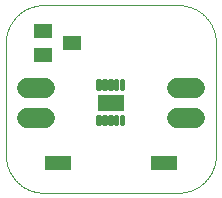
<source format=gts>
G75*
%MOIN*%
%OFA0B0*%
%FSLAX25Y25*%
%IPPOS*%
%LPD*%
%AMOC8*
5,1,8,0,0,1.08239X$1,22.5*
%
%ADD10C,0.00394*%
%ADD11C,0.01427*%
%ADD12R,0.08674X0.05524*%
%ADD13C,0.06800*%
%ADD14R,0.08700X0.05100*%
%ADD15R,0.06312X0.04737*%
D10*
X0015050Y0018078D02*
X0060050Y0018078D01*
X0060352Y0018082D01*
X0060654Y0018093D01*
X0060955Y0018111D01*
X0061256Y0018136D01*
X0061557Y0018169D01*
X0061856Y0018209D01*
X0062154Y0018256D01*
X0062452Y0018311D01*
X0062747Y0018372D01*
X0063041Y0018441D01*
X0063334Y0018517D01*
X0063624Y0018600D01*
X0063913Y0018690D01*
X0064199Y0018787D01*
X0064483Y0018890D01*
X0064764Y0019001D01*
X0065042Y0019118D01*
X0065318Y0019242D01*
X0065590Y0019373D01*
X0065859Y0019510D01*
X0066125Y0019653D01*
X0066387Y0019803D01*
X0066646Y0019960D01*
X0066900Y0020122D01*
X0067151Y0020291D01*
X0067397Y0020465D01*
X0067640Y0020646D01*
X0067877Y0020832D01*
X0068111Y0021024D01*
X0068339Y0021222D01*
X0068563Y0021425D01*
X0068781Y0021633D01*
X0068995Y0021847D01*
X0069203Y0022065D01*
X0069406Y0022289D01*
X0069604Y0022517D01*
X0069796Y0022751D01*
X0069982Y0022988D01*
X0070163Y0023231D01*
X0070337Y0023477D01*
X0070506Y0023728D01*
X0070668Y0023982D01*
X0070825Y0024241D01*
X0070975Y0024503D01*
X0071118Y0024769D01*
X0071255Y0025038D01*
X0071386Y0025310D01*
X0071510Y0025586D01*
X0071627Y0025864D01*
X0071738Y0026145D01*
X0071841Y0026429D01*
X0071938Y0026715D01*
X0072028Y0027004D01*
X0072111Y0027294D01*
X0072187Y0027587D01*
X0072256Y0027881D01*
X0072317Y0028176D01*
X0072372Y0028474D01*
X0072419Y0028772D01*
X0072459Y0029071D01*
X0072492Y0029372D01*
X0072517Y0029673D01*
X0072535Y0029974D01*
X0072546Y0030276D01*
X0072550Y0030578D01*
X0072550Y0068078D01*
X0072546Y0068380D01*
X0072535Y0068682D01*
X0072517Y0068983D01*
X0072492Y0069284D01*
X0072459Y0069585D01*
X0072419Y0069884D01*
X0072372Y0070182D01*
X0072317Y0070480D01*
X0072256Y0070775D01*
X0072187Y0071069D01*
X0072111Y0071362D01*
X0072028Y0071652D01*
X0071938Y0071941D01*
X0071841Y0072227D01*
X0071738Y0072511D01*
X0071627Y0072792D01*
X0071510Y0073070D01*
X0071386Y0073346D01*
X0071255Y0073618D01*
X0071118Y0073887D01*
X0070975Y0074153D01*
X0070825Y0074415D01*
X0070668Y0074674D01*
X0070506Y0074928D01*
X0070337Y0075179D01*
X0070163Y0075425D01*
X0069982Y0075668D01*
X0069796Y0075905D01*
X0069604Y0076139D01*
X0069406Y0076367D01*
X0069203Y0076591D01*
X0068995Y0076809D01*
X0068781Y0077023D01*
X0068563Y0077231D01*
X0068339Y0077434D01*
X0068111Y0077632D01*
X0067877Y0077824D01*
X0067640Y0078010D01*
X0067397Y0078191D01*
X0067151Y0078365D01*
X0066900Y0078534D01*
X0066646Y0078696D01*
X0066387Y0078853D01*
X0066125Y0079003D01*
X0065859Y0079146D01*
X0065590Y0079283D01*
X0065318Y0079414D01*
X0065042Y0079538D01*
X0064764Y0079655D01*
X0064483Y0079766D01*
X0064199Y0079869D01*
X0063913Y0079966D01*
X0063624Y0080056D01*
X0063334Y0080139D01*
X0063041Y0080215D01*
X0062747Y0080284D01*
X0062452Y0080345D01*
X0062154Y0080400D01*
X0061856Y0080447D01*
X0061557Y0080487D01*
X0061256Y0080520D01*
X0060955Y0080545D01*
X0060654Y0080563D01*
X0060352Y0080574D01*
X0060050Y0080578D01*
X0015050Y0080578D01*
X0014748Y0080574D01*
X0014446Y0080563D01*
X0014145Y0080545D01*
X0013844Y0080520D01*
X0013543Y0080487D01*
X0013244Y0080447D01*
X0012946Y0080400D01*
X0012648Y0080345D01*
X0012353Y0080284D01*
X0012059Y0080215D01*
X0011766Y0080139D01*
X0011476Y0080056D01*
X0011187Y0079966D01*
X0010901Y0079869D01*
X0010617Y0079766D01*
X0010336Y0079655D01*
X0010058Y0079538D01*
X0009782Y0079414D01*
X0009510Y0079283D01*
X0009241Y0079146D01*
X0008975Y0079003D01*
X0008713Y0078853D01*
X0008454Y0078696D01*
X0008200Y0078534D01*
X0007949Y0078365D01*
X0007703Y0078191D01*
X0007460Y0078010D01*
X0007223Y0077824D01*
X0006989Y0077632D01*
X0006761Y0077434D01*
X0006537Y0077231D01*
X0006319Y0077023D01*
X0006105Y0076809D01*
X0005897Y0076591D01*
X0005694Y0076367D01*
X0005496Y0076139D01*
X0005304Y0075905D01*
X0005118Y0075668D01*
X0004937Y0075425D01*
X0004763Y0075179D01*
X0004594Y0074928D01*
X0004432Y0074674D01*
X0004275Y0074415D01*
X0004125Y0074153D01*
X0003982Y0073887D01*
X0003845Y0073618D01*
X0003714Y0073346D01*
X0003590Y0073070D01*
X0003473Y0072792D01*
X0003362Y0072511D01*
X0003259Y0072227D01*
X0003162Y0071941D01*
X0003072Y0071652D01*
X0002989Y0071362D01*
X0002913Y0071069D01*
X0002844Y0070775D01*
X0002783Y0070480D01*
X0002728Y0070182D01*
X0002681Y0069884D01*
X0002641Y0069585D01*
X0002608Y0069284D01*
X0002583Y0068983D01*
X0002565Y0068682D01*
X0002554Y0068380D01*
X0002550Y0068078D01*
X0002550Y0030578D01*
X0002554Y0030276D01*
X0002565Y0029974D01*
X0002583Y0029673D01*
X0002608Y0029372D01*
X0002641Y0029071D01*
X0002681Y0028772D01*
X0002728Y0028474D01*
X0002783Y0028176D01*
X0002844Y0027881D01*
X0002913Y0027587D01*
X0002989Y0027294D01*
X0003072Y0027004D01*
X0003162Y0026715D01*
X0003259Y0026429D01*
X0003362Y0026145D01*
X0003473Y0025864D01*
X0003590Y0025586D01*
X0003714Y0025310D01*
X0003845Y0025038D01*
X0003982Y0024769D01*
X0004125Y0024503D01*
X0004275Y0024241D01*
X0004432Y0023982D01*
X0004594Y0023728D01*
X0004763Y0023477D01*
X0004937Y0023231D01*
X0005118Y0022988D01*
X0005304Y0022751D01*
X0005496Y0022517D01*
X0005694Y0022289D01*
X0005897Y0022065D01*
X0006105Y0021847D01*
X0006319Y0021633D01*
X0006537Y0021425D01*
X0006761Y0021222D01*
X0006989Y0021024D01*
X0007223Y0020832D01*
X0007460Y0020646D01*
X0007703Y0020465D01*
X0007949Y0020291D01*
X0008200Y0020122D01*
X0008454Y0019960D01*
X0008713Y0019803D01*
X0008975Y0019653D01*
X0009241Y0019510D01*
X0009510Y0019373D01*
X0009782Y0019242D01*
X0010058Y0019118D01*
X0010336Y0019001D01*
X0010617Y0018890D01*
X0010901Y0018787D01*
X0011187Y0018690D01*
X0011476Y0018600D01*
X0011766Y0018517D01*
X0012059Y0018441D01*
X0012353Y0018372D01*
X0012648Y0018311D01*
X0012946Y0018256D01*
X0013244Y0018209D01*
X0013543Y0018169D01*
X0013844Y0018136D01*
X0014145Y0018111D01*
X0014446Y0018093D01*
X0014748Y0018082D01*
X0015050Y0018078D01*
D11*
X0033375Y0043434D02*
X0033851Y0043434D01*
X0033851Y0040910D01*
X0033375Y0040910D01*
X0033375Y0043434D01*
X0033375Y0042336D02*
X0033851Y0042336D01*
X0035343Y0043434D02*
X0035819Y0043434D01*
X0035819Y0040910D01*
X0035343Y0040910D01*
X0035343Y0043434D01*
X0035343Y0042336D02*
X0035819Y0042336D01*
X0037312Y0043434D02*
X0037788Y0043434D01*
X0037788Y0040910D01*
X0037312Y0040910D01*
X0037312Y0043434D01*
X0037312Y0042336D02*
X0037788Y0042336D01*
X0039281Y0043434D02*
X0039757Y0043434D01*
X0039757Y0040910D01*
X0039281Y0040910D01*
X0039281Y0043434D01*
X0039281Y0042336D02*
X0039757Y0042336D01*
X0041249Y0043434D02*
X0041725Y0043434D01*
X0041725Y0040910D01*
X0041249Y0040910D01*
X0041249Y0043434D01*
X0041249Y0042336D02*
X0041725Y0042336D01*
X0041725Y0055245D02*
X0041249Y0055245D01*
X0041725Y0055245D02*
X0041725Y0052721D01*
X0041249Y0052721D01*
X0041249Y0055245D01*
X0041249Y0054147D02*
X0041725Y0054147D01*
X0039757Y0055245D02*
X0039281Y0055245D01*
X0039757Y0055245D02*
X0039757Y0052721D01*
X0039281Y0052721D01*
X0039281Y0055245D01*
X0039281Y0054147D02*
X0039757Y0054147D01*
X0037788Y0055245D02*
X0037312Y0055245D01*
X0037788Y0055245D02*
X0037788Y0052721D01*
X0037312Y0052721D01*
X0037312Y0055245D01*
X0037312Y0054147D02*
X0037788Y0054147D01*
X0035819Y0055245D02*
X0035343Y0055245D01*
X0035819Y0055245D02*
X0035819Y0052721D01*
X0035343Y0052721D01*
X0035343Y0055245D01*
X0035343Y0054147D02*
X0035819Y0054147D01*
X0033851Y0055245D02*
X0033375Y0055245D01*
X0033851Y0055245D02*
X0033851Y0052721D01*
X0033375Y0052721D01*
X0033375Y0055245D01*
X0033375Y0054147D02*
X0033851Y0054147D01*
D12*
X0037550Y0048078D03*
D13*
X0059550Y0053078D02*
X0065550Y0053078D01*
X0065550Y0043078D02*
X0059550Y0043078D01*
X0015550Y0043078D02*
X0009550Y0043078D01*
X0009550Y0053078D02*
X0015550Y0053078D01*
D14*
X0019850Y0028078D03*
X0055250Y0028078D03*
D15*
X0024581Y0068078D03*
X0015081Y0072078D03*
X0015081Y0064078D03*
M02*

</source>
